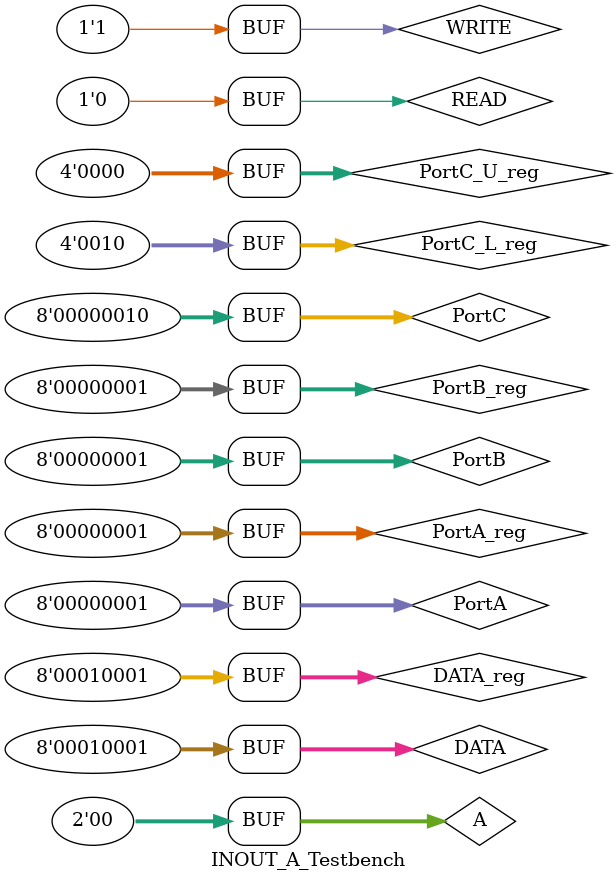
<source format=v>
module INOUT_A_Testbench();

reg [7:0]Control_Register;
wire [7:0]DATA;
wire [7:0]PortA;
wire [7:0]PortB;
wire [7:0]PortC;
reg READ,WRITE;

reg[1:0]A;

reg [7:0]DATA_reg;
reg [7:0]PortA_reg;
reg [7:0]PortB_reg;
reg [3:0]PortC_U_reg;
reg [3:0]PortC_L_reg;

assign DATA = DATA_reg;
assign PortA = PortA_reg;
assign PortB = PortB_reg;
assign PortC = {PortC_U_reg,PortC_L_reg};

initial
begin
$monitor("A = %b  ||  DATA = %d  || PortA = %d || PortB = %d || PortC = %d",A, DATA , PortA, PortB, PortC);

READ <= 1;
WRITE <= 0;
A = 2'b11;
DATA_reg <= 8'b1001_1011;

#10
READ <= 0;
WRITE <= 1;
A=00;
PortA_reg <= 255;

#10
PortA_reg <= 8;


#10
PortB_reg <= 9;
#10
{PortC_U_reg,PortC_L_reg} <= 3;
#10
PortA_reg <= 1;

#10
PortB_reg <= 1;

#10
{PortC_U_reg,PortC_L_reg} <= 2;

#10
DATA_reg <= 17;
end

INOUT_Mode_Case a(A, WRITE , READ, DATA, PortA, PortB, PortC);

endmodule

</source>
